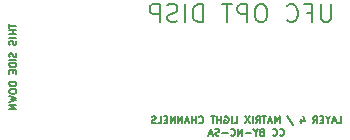
<source format=gbr>
G04 #@! TF.GenerationSoftware,KiCad,Pcbnew,(5.1.4)-1*
G04 #@! TF.CreationDate,2020-12-07T07:59:21-07:00*
G04 #@! TF.ProjectId,ufc_v4_opt_layer4,7566635f-7634-45f6-9f70-745f6c617965,rev?*
G04 #@! TF.SameCoordinates,Original*
G04 #@! TF.FileFunction,Legend,Bot*
G04 #@! TF.FilePolarity,Positive*
%FSLAX46Y46*%
G04 Gerber Fmt 4.6, Leading zero omitted, Abs format (unit mm)*
G04 Created by KiCad (PCBNEW (5.1.4)-1) date 2020-12-07 07:59:21*
%MOMM*%
%LPD*%
G04 APERTURE LIST*
%ADD10C,0.150000*%
G04 APERTURE END LIST*
D10*
X103140428Y-56228142D02*
X103140428Y-56571000D01*
X103740428Y-56399571D02*
X103140428Y-56399571D01*
X103740428Y-56771000D02*
X103140428Y-56771000D01*
X103426142Y-56771000D02*
X103426142Y-57113857D01*
X103740428Y-57113857D02*
X103140428Y-57113857D01*
X103740428Y-57399571D02*
X103140428Y-57399571D01*
X103711857Y-57656714D02*
X103740428Y-57742428D01*
X103740428Y-57885285D01*
X103711857Y-57942428D01*
X103683285Y-57971000D01*
X103626142Y-57999571D01*
X103569000Y-57999571D01*
X103511857Y-57971000D01*
X103483285Y-57942428D01*
X103454714Y-57885285D01*
X103426142Y-57771000D01*
X103397571Y-57713857D01*
X103369000Y-57685285D01*
X103311857Y-57656714D01*
X103254714Y-57656714D01*
X103197571Y-57685285D01*
X103169000Y-57713857D01*
X103140428Y-57771000D01*
X103140428Y-57913857D01*
X103169000Y-57999571D01*
X103711857Y-58685285D02*
X103740428Y-58771000D01*
X103740428Y-58913857D01*
X103711857Y-58971000D01*
X103683285Y-58999571D01*
X103626142Y-59028142D01*
X103569000Y-59028142D01*
X103511857Y-58999571D01*
X103483285Y-58971000D01*
X103454714Y-58913857D01*
X103426142Y-58799571D01*
X103397571Y-58742428D01*
X103369000Y-58713857D01*
X103311857Y-58685285D01*
X103254714Y-58685285D01*
X103197571Y-58713857D01*
X103169000Y-58742428D01*
X103140428Y-58799571D01*
X103140428Y-58942428D01*
X103169000Y-59028142D01*
X103740428Y-59285285D02*
X103140428Y-59285285D01*
X103740428Y-59571000D02*
X103140428Y-59571000D01*
X103140428Y-59713857D01*
X103169000Y-59799571D01*
X103226142Y-59856714D01*
X103283285Y-59885285D01*
X103397571Y-59913857D01*
X103483285Y-59913857D01*
X103597571Y-59885285D01*
X103654714Y-59856714D01*
X103711857Y-59799571D01*
X103740428Y-59713857D01*
X103740428Y-59571000D01*
X103426142Y-60171000D02*
X103426142Y-60371000D01*
X103740428Y-60456714D02*
X103740428Y-60171000D01*
X103140428Y-60171000D01*
X103140428Y-60456714D01*
X103740428Y-61171000D02*
X103140428Y-61171000D01*
X103140428Y-61313857D01*
X103169000Y-61399571D01*
X103226142Y-61456714D01*
X103283285Y-61485285D01*
X103397571Y-61513857D01*
X103483285Y-61513857D01*
X103597571Y-61485285D01*
X103654714Y-61456714D01*
X103711857Y-61399571D01*
X103740428Y-61313857D01*
X103740428Y-61171000D01*
X103140428Y-61885285D02*
X103140428Y-61999571D01*
X103169000Y-62056714D01*
X103226142Y-62113857D01*
X103340428Y-62142428D01*
X103540428Y-62142428D01*
X103654714Y-62113857D01*
X103711857Y-62056714D01*
X103740428Y-61999571D01*
X103740428Y-61885285D01*
X103711857Y-61828142D01*
X103654714Y-61771000D01*
X103540428Y-61742428D01*
X103340428Y-61742428D01*
X103226142Y-61771000D01*
X103169000Y-61828142D01*
X103140428Y-61885285D01*
X103140428Y-62342428D02*
X103740428Y-62485285D01*
X103311857Y-62599571D01*
X103740428Y-62713857D01*
X103140428Y-62856714D01*
X103740428Y-63085285D02*
X103140428Y-63085285D01*
X103740428Y-63428142D01*
X103140428Y-63428142D01*
X130380357Y-54583571D02*
X130380357Y-55797857D01*
X130308928Y-55940714D01*
X130237500Y-56012142D01*
X130094642Y-56083571D01*
X129808928Y-56083571D01*
X129666071Y-56012142D01*
X129594642Y-55940714D01*
X129523214Y-55797857D01*
X129523214Y-54583571D01*
X128308928Y-55297857D02*
X128808928Y-55297857D01*
X128808928Y-56083571D02*
X128808928Y-54583571D01*
X128094642Y-54583571D01*
X126666071Y-55940714D02*
X126737500Y-56012142D01*
X126951785Y-56083571D01*
X127094642Y-56083571D01*
X127308928Y-56012142D01*
X127451785Y-55869285D01*
X127523214Y-55726428D01*
X127594642Y-55440714D01*
X127594642Y-55226428D01*
X127523214Y-54940714D01*
X127451785Y-54797857D01*
X127308928Y-54655000D01*
X127094642Y-54583571D01*
X126951785Y-54583571D01*
X126737500Y-54655000D01*
X126666071Y-54726428D01*
X124594642Y-54583571D02*
X124308928Y-54583571D01*
X124166071Y-54655000D01*
X124023214Y-54797857D01*
X123951785Y-55083571D01*
X123951785Y-55583571D01*
X124023214Y-55869285D01*
X124166071Y-56012142D01*
X124308928Y-56083571D01*
X124594642Y-56083571D01*
X124737500Y-56012142D01*
X124880357Y-55869285D01*
X124951785Y-55583571D01*
X124951785Y-55083571D01*
X124880357Y-54797857D01*
X124737500Y-54655000D01*
X124594642Y-54583571D01*
X123308928Y-56083571D02*
X123308928Y-54583571D01*
X122737500Y-54583571D01*
X122594642Y-54655000D01*
X122523214Y-54726428D01*
X122451785Y-54869285D01*
X122451785Y-55083571D01*
X122523214Y-55226428D01*
X122594642Y-55297857D01*
X122737500Y-55369285D01*
X123308928Y-55369285D01*
X122023214Y-54583571D02*
X121166071Y-54583571D01*
X121594642Y-56083571D02*
X121594642Y-54583571D01*
X119523214Y-56083571D02*
X119523214Y-54583571D01*
X119166071Y-54583571D01*
X118951785Y-54655000D01*
X118808928Y-54797857D01*
X118737500Y-54940714D01*
X118666071Y-55226428D01*
X118666071Y-55440714D01*
X118737500Y-55726428D01*
X118808928Y-55869285D01*
X118951785Y-56012142D01*
X119166071Y-56083571D01*
X119523214Y-56083571D01*
X118023214Y-56083571D02*
X118023214Y-54583571D01*
X117380357Y-56012142D02*
X117166071Y-56083571D01*
X116808928Y-56083571D01*
X116666071Y-56012142D01*
X116594642Y-55940714D01*
X116523214Y-55797857D01*
X116523214Y-55655000D01*
X116594642Y-55512142D01*
X116666071Y-55440714D01*
X116808928Y-55369285D01*
X117094642Y-55297857D01*
X117237500Y-55226428D01*
X117308928Y-55155000D01*
X117380357Y-55012142D01*
X117380357Y-54869285D01*
X117308928Y-54726428D01*
X117237500Y-54655000D01*
X117094642Y-54583571D01*
X116737500Y-54583571D01*
X116523214Y-54655000D01*
X115880357Y-56083571D02*
X115880357Y-54583571D01*
X115308928Y-54583571D01*
X115166071Y-54655000D01*
X115094642Y-54726428D01*
X115023214Y-54869285D01*
X115023214Y-55083571D01*
X115094642Y-55226428D01*
X115166071Y-55297857D01*
X115308928Y-55369285D01*
X115880357Y-55369285D01*
X130966071Y-64651428D02*
X131251785Y-64651428D01*
X131251785Y-64051428D01*
X130794642Y-64480000D02*
X130508928Y-64480000D01*
X130851785Y-64651428D02*
X130651785Y-64051428D01*
X130451785Y-64651428D01*
X130137500Y-64365714D02*
X130137500Y-64651428D01*
X130337500Y-64051428D02*
X130137500Y-64365714D01*
X129937500Y-64051428D01*
X129737500Y-64337142D02*
X129537500Y-64337142D01*
X129451785Y-64651428D02*
X129737500Y-64651428D01*
X129737500Y-64051428D01*
X129451785Y-64051428D01*
X128851785Y-64651428D02*
X129051785Y-64365714D01*
X129194642Y-64651428D02*
X129194642Y-64051428D01*
X128966071Y-64051428D01*
X128908928Y-64080000D01*
X128880357Y-64108571D01*
X128851785Y-64165714D01*
X128851785Y-64251428D01*
X128880357Y-64308571D01*
X128908928Y-64337142D01*
X128966071Y-64365714D01*
X129194642Y-64365714D01*
X127880357Y-64251428D02*
X127880357Y-64651428D01*
X128023214Y-64022857D02*
X128166071Y-64451428D01*
X127794642Y-64451428D01*
X126680357Y-64022857D02*
X127194642Y-64794285D01*
X126023214Y-64651428D02*
X126023214Y-64051428D01*
X125823214Y-64480000D01*
X125623214Y-64051428D01*
X125623214Y-64651428D01*
X125366071Y-64480000D02*
X125080357Y-64480000D01*
X125423214Y-64651428D02*
X125223214Y-64051428D01*
X125023214Y-64651428D01*
X124908928Y-64051428D02*
X124566071Y-64051428D01*
X124737500Y-64651428D02*
X124737500Y-64051428D01*
X124023214Y-64651428D02*
X124223214Y-64365714D01*
X124366071Y-64651428D02*
X124366071Y-64051428D01*
X124137500Y-64051428D01*
X124080357Y-64080000D01*
X124051785Y-64108571D01*
X124023214Y-64165714D01*
X124023214Y-64251428D01*
X124051785Y-64308571D01*
X124080357Y-64337142D01*
X124137500Y-64365714D01*
X124366071Y-64365714D01*
X123766071Y-64651428D02*
X123766071Y-64051428D01*
X123537500Y-64051428D02*
X123137500Y-64651428D01*
X123137500Y-64051428D02*
X123537500Y-64651428D01*
X122166071Y-64651428D02*
X122451785Y-64651428D01*
X122451785Y-64051428D01*
X121966071Y-64651428D02*
X121966071Y-64051428D01*
X121366071Y-64080000D02*
X121423214Y-64051428D01*
X121508928Y-64051428D01*
X121594642Y-64080000D01*
X121651785Y-64137142D01*
X121680357Y-64194285D01*
X121708928Y-64308571D01*
X121708928Y-64394285D01*
X121680357Y-64508571D01*
X121651785Y-64565714D01*
X121594642Y-64622857D01*
X121508928Y-64651428D01*
X121451785Y-64651428D01*
X121366071Y-64622857D01*
X121337500Y-64594285D01*
X121337500Y-64394285D01*
X121451785Y-64394285D01*
X121080357Y-64651428D02*
X121080357Y-64051428D01*
X121080357Y-64337142D02*
X120737500Y-64337142D01*
X120737500Y-64651428D02*
X120737500Y-64051428D01*
X120537500Y-64051428D02*
X120194642Y-64051428D01*
X120366071Y-64651428D02*
X120366071Y-64051428D01*
X119194642Y-64594285D02*
X119223214Y-64622857D01*
X119308928Y-64651428D01*
X119366071Y-64651428D01*
X119451785Y-64622857D01*
X119508928Y-64565714D01*
X119537500Y-64508571D01*
X119566071Y-64394285D01*
X119566071Y-64308571D01*
X119537500Y-64194285D01*
X119508928Y-64137142D01*
X119451785Y-64080000D01*
X119366071Y-64051428D01*
X119308928Y-64051428D01*
X119223214Y-64080000D01*
X119194642Y-64108571D01*
X118937500Y-64651428D02*
X118937500Y-64051428D01*
X118937500Y-64337142D02*
X118594642Y-64337142D01*
X118594642Y-64651428D02*
X118594642Y-64051428D01*
X118337500Y-64480000D02*
X118051785Y-64480000D01*
X118394642Y-64651428D02*
X118194642Y-64051428D01*
X117994642Y-64651428D01*
X117794642Y-64651428D02*
X117794642Y-64051428D01*
X117451785Y-64651428D01*
X117451785Y-64051428D01*
X117166071Y-64651428D02*
X117166071Y-64051428D01*
X116823214Y-64651428D01*
X116823214Y-64051428D01*
X116537500Y-64337142D02*
X116337500Y-64337142D01*
X116251785Y-64651428D02*
X116537500Y-64651428D01*
X116537500Y-64051428D01*
X116251785Y-64051428D01*
X115708928Y-64651428D02*
X115994642Y-64651428D01*
X115994642Y-64051428D01*
X115537500Y-64622857D02*
X115451785Y-64651428D01*
X115308928Y-64651428D01*
X115251785Y-64622857D01*
X115223214Y-64594285D01*
X115194642Y-64537142D01*
X115194642Y-64480000D01*
X115223214Y-64422857D01*
X115251785Y-64394285D01*
X115308928Y-64365714D01*
X115423214Y-64337142D01*
X115480357Y-64308571D01*
X115508928Y-64280000D01*
X115537500Y-64222857D01*
X115537500Y-64165714D01*
X115508928Y-64108571D01*
X115480357Y-64080000D01*
X115423214Y-64051428D01*
X115280357Y-64051428D01*
X115194642Y-64080000D01*
X126037500Y-65644285D02*
X126066071Y-65672857D01*
X126151785Y-65701428D01*
X126208928Y-65701428D01*
X126294642Y-65672857D01*
X126351785Y-65615714D01*
X126380357Y-65558571D01*
X126408928Y-65444285D01*
X126408928Y-65358571D01*
X126380357Y-65244285D01*
X126351785Y-65187142D01*
X126294642Y-65130000D01*
X126208928Y-65101428D01*
X126151785Y-65101428D01*
X126066071Y-65130000D01*
X126037500Y-65158571D01*
X125437500Y-65644285D02*
X125466071Y-65672857D01*
X125551785Y-65701428D01*
X125608928Y-65701428D01*
X125694642Y-65672857D01*
X125751785Y-65615714D01*
X125780357Y-65558571D01*
X125808928Y-65444285D01*
X125808928Y-65358571D01*
X125780357Y-65244285D01*
X125751785Y-65187142D01*
X125694642Y-65130000D01*
X125608928Y-65101428D01*
X125551785Y-65101428D01*
X125466071Y-65130000D01*
X125437500Y-65158571D01*
X124523214Y-65387142D02*
X124437500Y-65415714D01*
X124408928Y-65444285D01*
X124380357Y-65501428D01*
X124380357Y-65587142D01*
X124408928Y-65644285D01*
X124437500Y-65672857D01*
X124494642Y-65701428D01*
X124723214Y-65701428D01*
X124723214Y-65101428D01*
X124523214Y-65101428D01*
X124466071Y-65130000D01*
X124437500Y-65158571D01*
X124408928Y-65215714D01*
X124408928Y-65272857D01*
X124437500Y-65330000D01*
X124466071Y-65358571D01*
X124523214Y-65387142D01*
X124723214Y-65387142D01*
X124008928Y-65415714D02*
X124008928Y-65701428D01*
X124208928Y-65101428D02*
X124008928Y-65415714D01*
X123808928Y-65101428D01*
X123608928Y-65472857D02*
X123151785Y-65472857D01*
X122866071Y-65701428D02*
X122866071Y-65101428D01*
X122523214Y-65701428D01*
X122523214Y-65101428D01*
X121894642Y-65644285D02*
X121923214Y-65672857D01*
X122008928Y-65701428D01*
X122066071Y-65701428D01*
X122151785Y-65672857D01*
X122208928Y-65615714D01*
X122237500Y-65558571D01*
X122266071Y-65444285D01*
X122266071Y-65358571D01*
X122237500Y-65244285D01*
X122208928Y-65187142D01*
X122151785Y-65130000D01*
X122066071Y-65101428D01*
X122008928Y-65101428D01*
X121923214Y-65130000D01*
X121894642Y-65158571D01*
X121637500Y-65472857D02*
X121180357Y-65472857D01*
X120923214Y-65672857D02*
X120837500Y-65701428D01*
X120694642Y-65701428D01*
X120637500Y-65672857D01*
X120608928Y-65644285D01*
X120580357Y-65587142D01*
X120580357Y-65530000D01*
X120608928Y-65472857D01*
X120637500Y-65444285D01*
X120694642Y-65415714D01*
X120808928Y-65387142D01*
X120866071Y-65358571D01*
X120894642Y-65330000D01*
X120923214Y-65272857D01*
X120923214Y-65215714D01*
X120894642Y-65158571D01*
X120866071Y-65130000D01*
X120808928Y-65101428D01*
X120666071Y-65101428D01*
X120580357Y-65130000D01*
X120351785Y-65530000D02*
X120066071Y-65530000D01*
X120408928Y-65701428D02*
X120208928Y-65101428D01*
X120008928Y-65701428D01*
M02*

</source>
